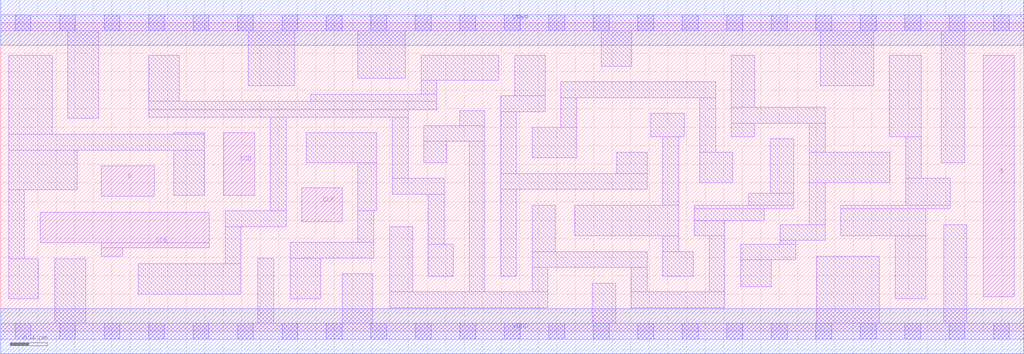
<source format=lef>
# Copyright 2020 The SkyWater PDK Authors
#
# Licensed under the Apache License, Version 2.0 (the "License");
# you may not use this file except in compliance with the License.
# You may obtain a copy of the License at
#
#     https://www.apache.org/licenses/LICENSE-2.0
#
# Unless required by applicable law or agreed to in writing, software
# distributed under the License is distributed on an "AS IS" BASIS,
# WITHOUT WARRANTIES OR CONDITIONS OF ANY KIND, either express or implied.
# See the License for the specific language governing permissions and
# limitations under the License.
#
# SPDX-License-Identifier: Apache-2.0

VERSION 5.7 ;
  NAMESCASESENSITIVE ON ;
  NOWIREEXTENSIONATPIN ON ;
  DIVIDERCHAR "/" ;
  BUSBITCHARS "[]" ;
UNITS
  DATABASE MICRONS 200 ;
END UNITS
MACRO sky130_fd_sc_hs__sdfxtp_1
  CLASS CORE ;
  FOREIGN sky130_fd_sc_hs__sdfxtp_1 ;
  ORIGIN  0.000000  0.000000 ;
  SIZE  11.04000 BY  3.330000 ;
  SYMMETRY X Y ;
  SITE unit ;
  PIN D
    ANTENNAGATEAREA  0.159000 ;
    DIRECTION INPUT ;
    USE SIGNAL ;
    PORT
      LAYER li1 ;
        RECT 1.085000 1.455000 1.655000 1.785000 ;
    END
  END D
  PIN Q
    ANTENNADIFFAREA  0.528300 ;
    DIRECTION OUTPUT ;
    USE SIGNAL ;
    PORT
      LAYER li1 ;
        RECT 10.600000 0.370000 10.935000 2.980000 ;
    END
  END Q
  PIN SCD
    ANTENNAGATEAREA  0.159000 ;
    DIRECTION INPUT ;
    USE SIGNAL ;
    PORT
      LAYER li1 ;
        RECT 2.405000 1.470000 2.740000 2.140000 ;
    END
  END SCD
  PIN SCE
    ANTENNAGATEAREA  0.318000 ;
    DIRECTION INPUT ;
    USE SIGNAL ;
    PORT
      LAYER li1 ;
        RECT 0.425000 0.955000 2.250000 1.285000 ;
        RECT 1.085000 0.810000 1.315000 0.900000 ;
        RECT 1.085000 0.900000 2.250000 0.955000 ;
    END
  END SCE
  PIN CLK
    ANTENNAGATEAREA  0.279000 ;
    DIRECTION INPUT ;
    USE CLOCK ;
    PORT
      LAYER li1 ;
        RECT 3.250000 1.180000 3.685000 1.550000 ;
    END
  END CLK
  PIN VGND
    DIRECTION INOUT ;
    USE GROUND ;
    PORT
      LAYER met1 ;
        RECT 0.000000 -0.245000 11.040000 0.245000 ;
    END
  END VGND
  PIN VPWR
    DIRECTION INOUT ;
    USE POWER ;
    PORT
      LAYER met1 ;
        RECT 0.000000 3.085000 11.040000 3.575000 ;
    END
  END VPWR
  OBS
    LAYER li1 ;
      RECT  0.000000 -0.085000 11.040000 0.085000 ;
      RECT  0.000000  3.245000 11.040000 3.415000 ;
      RECT  0.085000  0.350000  0.405000 0.785000 ;
      RECT  0.085000  0.785000  0.255000 1.525000 ;
      RECT  0.085000  1.525000  0.825000 1.955000 ;
      RECT  0.085000  1.955000  2.195000 2.125000 ;
      RECT  0.085000  2.125000  0.555000 2.980000 ;
      RECT  0.585000  0.085000  0.915000 0.785000 ;
      RECT  0.725000  2.300000  1.055000 3.245000 ;
      RECT  1.485000  0.400000  2.590000 0.730000 ;
      RECT  1.595000  2.310000  4.395000 2.390000 ;
      RECT  1.595000  2.390000  4.705000 2.480000 ;
      RECT  1.595000  2.480000  1.925000 2.980000 ;
      RECT  1.865000  1.470000  2.195000 1.955000 ;
      RECT  1.865000  2.125000  2.195000 2.140000 ;
      RECT  2.420000  0.730000  2.590000 1.130000 ;
      RECT  2.420000  1.130000  3.080000 1.300000 ;
      RECT  2.670000  2.650000  3.175000 3.245000 ;
      RECT  2.775000  0.085000  2.945000 0.790000 ;
      RECT  2.910000  1.300000  3.080000 2.310000 ;
      RECT  3.125000  0.350000  3.455000 0.790000 ;
      RECT  3.125000  0.790000  4.025000 0.960000 ;
      RECT  3.295000  1.820000  4.055000 2.140000 ;
      RECT  3.345000  2.480000  4.705000 2.560000 ;
      RECT  3.685000  0.085000  4.015000 0.620000 ;
      RECT  3.855000  0.960000  4.025000 1.300000 ;
      RECT  3.855000  1.300000  4.055000 1.820000 ;
      RECT  3.855000  2.730000  4.365000 3.245000 ;
      RECT  4.195000  0.255000  5.905000 0.425000 ;
      RECT  4.195000  0.425000  4.445000 1.130000 ;
      RECT  4.225000  1.480000  4.785000 1.650000 ;
      RECT  4.225000  1.650000  4.395000 2.310000 ;
      RECT  4.535000  2.560000  4.705000 2.710000 ;
      RECT  4.535000  2.710000  5.375000 2.980000 ;
      RECT  4.565000  1.820000  4.815000 2.050000 ;
      RECT  4.565000  2.050000  5.225000 2.220000 ;
      RECT  4.615000  0.595000  4.885000 0.940000 ;
      RECT  4.615000  0.940000  4.785000 1.480000 ;
      RECT  4.955000  2.220000  5.225000 2.380000 ;
      RECT  5.055000  0.425000  5.225000 2.050000 ;
      RECT  5.395000  0.595000  5.565000 1.530000 ;
      RECT  5.395000  1.530000  6.975000 1.700000 ;
      RECT  5.395000  1.700000  5.565000 2.370000 ;
      RECT  5.395000  2.370000  5.875000 2.540000 ;
      RECT  5.545000  2.540000  5.875000 2.980000 ;
      RECT  5.735000  0.425000  5.905000 0.690000 ;
      RECT  5.735000  0.690000  6.975000 0.860000 ;
      RECT  5.735000  0.860000  5.985000 1.360000 ;
      RECT  5.735000  1.870000  6.215000 2.200000 ;
      RECT  6.045000  2.200000  6.215000 2.520000 ;
      RECT  6.045000  2.520000  7.715000 2.690000 ;
      RECT  6.195000  1.030000  7.315000 1.360000 ;
      RECT  6.385000  0.085000  6.635000 0.520000 ;
      RECT  6.480000  2.860000  6.810000 3.245000 ;
      RECT  6.645000  1.700000  6.975000 1.930000 ;
      RECT  6.805000  0.255000  7.815000 0.425000 ;
      RECT  6.805000  0.425000  6.975000 0.690000 ;
      RECT  7.015000  2.100000  7.375000 2.350000 ;
      RECT  7.145000  0.595000  7.475000 0.860000 ;
      RECT  7.145000  0.860000  7.315000 1.030000 ;
      RECT  7.145000  1.360000  7.315000 2.100000 ;
      RECT  7.485000  1.030000  7.815000 1.190000 ;
      RECT  7.485000  1.190000  8.240000 1.320000 ;
      RECT  7.485000  1.320000  8.555000 1.360000 ;
      RECT  7.545000  1.600000  7.900000 1.930000 ;
      RECT  7.545000  1.930000  7.715000 2.520000 ;
      RECT  7.645000  0.425000  7.815000 1.030000 ;
      RECT  7.885000  2.100000  8.135000 2.245000 ;
      RECT  7.885000  2.245000  8.895000 2.415000 ;
      RECT  7.885000  2.415000  8.135000 2.980000 ;
      RECT  7.985000  0.480000  8.315000 0.770000 ;
      RECT  7.985000  0.770000  8.580000 0.940000 ;
      RECT  8.070000  1.360000  8.555000 1.490000 ;
      RECT  8.305000  1.490000  8.555000 2.075000 ;
      RECT  8.410000  0.940000  8.580000 0.980000 ;
      RECT  8.410000  0.980000  8.895000 1.150000 ;
      RECT  8.725000  1.150000  8.895000 1.600000 ;
      RECT  8.725000  1.600000  9.595000 1.930000 ;
      RECT  8.725000  1.930000  8.895000 2.245000 ;
      RECT  8.805000  0.085000  9.480000 0.810000 ;
      RECT  8.845000  2.650000  9.420000 3.245000 ;
      RECT  9.065000  1.030000  9.980000 1.320000 ;
      RECT  9.065000  1.320000 10.245000 1.360000 ;
      RECT  9.590000  2.100000  9.935000 2.980000 ;
      RECT  9.650000  0.350000  9.980000 1.030000 ;
      RECT  9.765000  1.360000 10.245000 1.650000 ;
      RECT  9.765000  1.650000  9.935000 2.100000 ;
      RECT 10.150000  1.820000 10.400000 3.245000 ;
      RECT 10.175000  0.085000 10.425000 1.150000 ;
    LAYER mcon ;
      RECT  0.155000 -0.085000  0.325000 0.085000 ;
      RECT  0.155000  3.245000  0.325000 3.415000 ;
      RECT  0.635000 -0.085000  0.805000 0.085000 ;
      RECT  0.635000  3.245000  0.805000 3.415000 ;
      RECT  1.115000 -0.085000  1.285000 0.085000 ;
      RECT  1.115000  3.245000  1.285000 3.415000 ;
      RECT  1.595000 -0.085000  1.765000 0.085000 ;
      RECT  1.595000  3.245000  1.765000 3.415000 ;
      RECT  2.075000 -0.085000  2.245000 0.085000 ;
      RECT  2.075000  3.245000  2.245000 3.415000 ;
      RECT  2.555000 -0.085000  2.725000 0.085000 ;
      RECT  2.555000  3.245000  2.725000 3.415000 ;
      RECT  3.035000 -0.085000  3.205000 0.085000 ;
      RECT  3.035000  3.245000  3.205000 3.415000 ;
      RECT  3.515000 -0.085000  3.685000 0.085000 ;
      RECT  3.515000  3.245000  3.685000 3.415000 ;
      RECT  3.995000 -0.085000  4.165000 0.085000 ;
      RECT  3.995000  3.245000  4.165000 3.415000 ;
      RECT  4.475000 -0.085000  4.645000 0.085000 ;
      RECT  4.475000  3.245000  4.645000 3.415000 ;
      RECT  4.955000 -0.085000  5.125000 0.085000 ;
      RECT  4.955000  3.245000  5.125000 3.415000 ;
      RECT  5.435000 -0.085000  5.605000 0.085000 ;
      RECT  5.435000  3.245000  5.605000 3.415000 ;
      RECT  5.915000 -0.085000  6.085000 0.085000 ;
      RECT  5.915000  3.245000  6.085000 3.415000 ;
      RECT  6.395000 -0.085000  6.565000 0.085000 ;
      RECT  6.395000  3.245000  6.565000 3.415000 ;
      RECT  6.875000 -0.085000  7.045000 0.085000 ;
      RECT  6.875000  3.245000  7.045000 3.415000 ;
      RECT  7.355000 -0.085000  7.525000 0.085000 ;
      RECT  7.355000  3.245000  7.525000 3.415000 ;
      RECT  7.835000 -0.085000  8.005000 0.085000 ;
      RECT  7.835000  3.245000  8.005000 3.415000 ;
      RECT  8.315000 -0.085000  8.485000 0.085000 ;
      RECT  8.315000  3.245000  8.485000 3.415000 ;
      RECT  8.795000 -0.085000  8.965000 0.085000 ;
      RECT  8.795000  3.245000  8.965000 3.415000 ;
      RECT  9.275000 -0.085000  9.445000 0.085000 ;
      RECT  9.275000  3.245000  9.445000 3.415000 ;
      RECT  9.755000 -0.085000  9.925000 0.085000 ;
      RECT  9.755000  3.245000  9.925000 3.415000 ;
      RECT 10.235000 -0.085000 10.405000 0.085000 ;
      RECT 10.235000  3.245000 10.405000 3.415000 ;
      RECT 10.715000 -0.085000 10.885000 0.085000 ;
      RECT 10.715000  3.245000 10.885000 3.415000 ;
  END
END sky130_fd_sc_hs__sdfxtp_1
END LIBRARY

</source>
